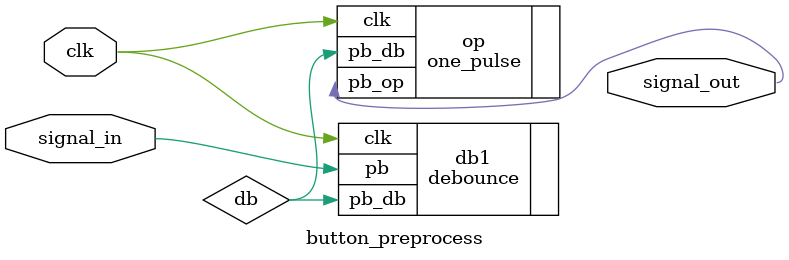
<source format=v>
module button_preprocess(
    input wire clk,
    input wire signal_in,
    output wire signal_out
);

    wire db;
    debounce db1(.clk(clk), .pb(signal_in), .pb_db(db));
    one_pulse op(.clk(clk), .pb_db(db), .pb_op(signal_out));

endmodule
</source>
